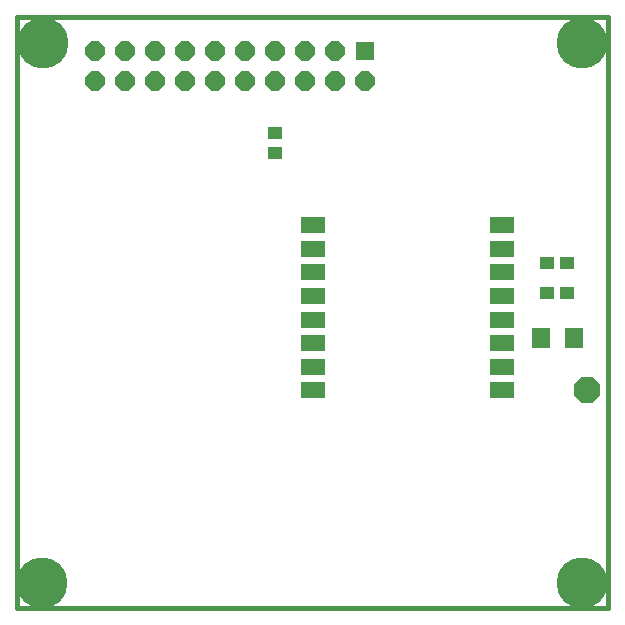
<source format=gts>
G75*
%MOIN*%
%OFA0B0*%
%FSLAX25Y25*%
%IPPOS*%
%LPD*%
%AMOC8*
5,1,8,0,0,1.08239X$1,22.5*
%
%ADD10C,0.01600*%
%ADD11R,0.06400X0.06400*%
%ADD12OC8,0.06400*%
%ADD13R,0.05912X0.06699*%
%ADD14R,0.04731X0.04337*%
%ADD15R,0.08274X0.05518*%
%ADD16OC8,0.08900*%
%ADD17C,0.16998*%
D10*
X0001800Y0001800D02*
X0198650Y0001800D01*
X0198650Y0198650D01*
X0001800Y0198650D01*
X0001800Y0001800D01*
D11*
X0117863Y0187528D03*
D12*
X0117863Y0177528D03*
X0107863Y0177528D03*
X0097863Y0177528D03*
X0087863Y0177528D03*
X0077863Y0177528D03*
X0067863Y0177528D03*
X0057863Y0177528D03*
X0047863Y0177528D03*
X0037863Y0177528D03*
X0027863Y0177528D03*
X0027863Y0187528D03*
X0037863Y0187528D03*
X0047863Y0187528D03*
X0057863Y0187528D03*
X0067863Y0187528D03*
X0077863Y0187528D03*
X0087863Y0187528D03*
X0097863Y0187528D03*
X0107863Y0187528D03*
D13*
X0176288Y0091800D03*
X0187312Y0091800D03*
D14*
X0185146Y0106800D03*
X0178454Y0106800D03*
X0178454Y0116800D03*
X0185146Y0116800D03*
X0087863Y0153454D03*
X0087863Y0160146D03*
D15*
X0100304Y0129359D03*
X0100304Y0121485D03*
X0100304Y0113611D03*
X0100304Y0105737D03*
X0100304Y0097863D03*
X0100304Y0089989D03*
X0100304Y0082115D03*
X0100304Y0074241D03*
X0163296Y0074241D03*
X0163296Y0082115D03*
X0163296Y0089989D03*
X0163296Y0097863D03*
X0163296Y0105737D03*
X0163296Y0113611D03*
X0163296Y0121485D03*
X0163296Y0129359D03*
D16*
X0191800Y0074300D03*
D17*
X0190116Y0010066D03*
X0010116Y0010066D03*
X0010308Y0190048D03*
X0190116Y0190066D03*
M02*

</source>
